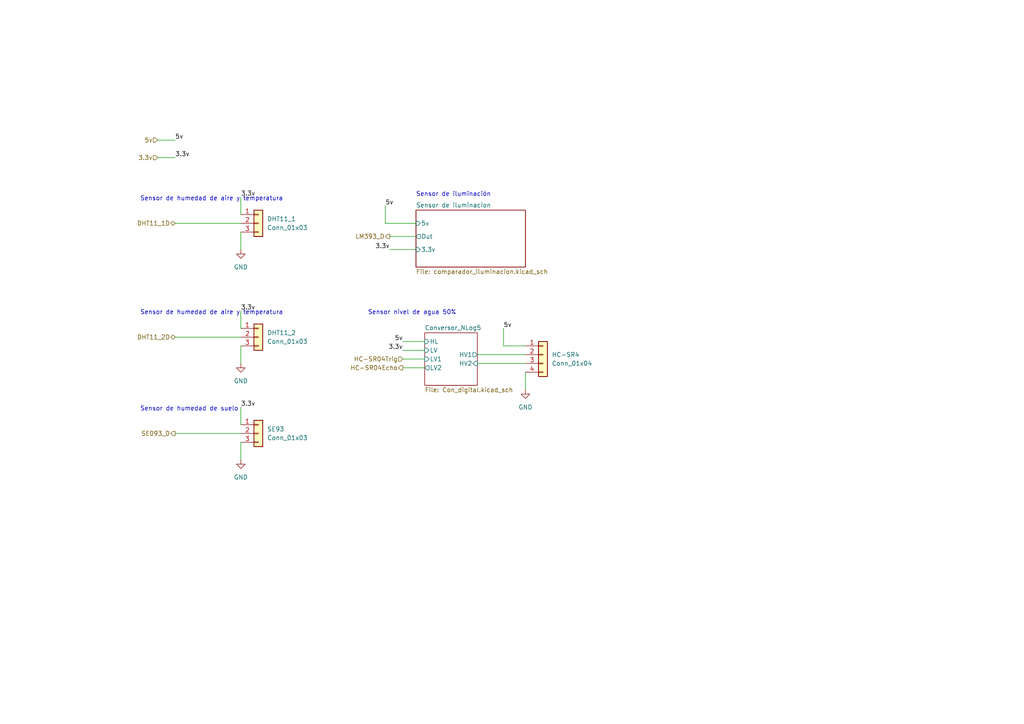
<source format=kicad_sch>
(kicad_sch (version 20211123) (generator eeschema)
  (paper "A4")
  (lib_symbols
    (symbol "Connector_Generic:Conn_01x03" (pin_names (offset 1.016) hide)
      (property "Reference" "J" (at 0 5.08 0))
      (property "Value" "Conn_01x03" (at 0 -5.08 0))
      (symbol "Conn_01x03_1_1"
        (rectangle (start -1.27 -2.413) (end 0 -2.667) (stroke (width 0.1524)))
        (rectangle (start -1.27 0.127) (end 0 -0.127) (stroke (width 0.1524)))
        (rectangle (start -1.27 2.667) (end 0 2.413) (stroke (width 0.1524)))
        (rectangle (start -1.27 3.81) (end 1.27 -3.81) (stroke (width 0.254)) (fill (type background)))
        (pin passive line (at -5.08 2.54 0) (length 3.81) (name "Pin_1") (number "1"))
        (pin passive line (at -5.08 0 0) (length 3.81) (name "Pin_2") (number "2"))
        (pin passive line (at -5.08 -2.54 0) (length 3.81) (name "Pin_3") (number "3"))
      )
    )
    (symbol "Connector_Generic:Conn_01x04" (pin_names (offset 1.016) hide)
      (property "Reference" "J" (at 0 5.08 0))
      (property "Value" "Conn_01x04" (at 0 -7.62 0))
      (symbol "Conn_01x04_1_1"
        (rectangle (start -1.27 -4.953) (end 0 -5.207) (stroke (width 0.1524)))
        (rectangle (start -1.27 -2.413) (end 0 -2.667) (stroke (width 0.1524)))
        (rectangle (start -1.27 0.127) (end 0 -0.127) (stroke (width 0.1524)))
        (rectangle (start -1.27 2.667) (end 0 2.413) (stroke (width 0.1524)))
        (rectangle (start -1.27 3.81) (end 1.27 -6.35) (stroke (width 0.254)) (fill (type background)))
        (pin passive line (at -5.08 2.54 0) (length 3.81) (name "Pin_1") (number "1"))
        (pin passive line (at -5.08 0 0) (length 3.81) (name "Pin_2") (number "2"))
        (pin passive line (at -5.08 -2.54 0) (length 3.81) (name "Pin_3") (number "3"))
        (pin passive line (at -5.08 -5.08 0) (length 3.81) (name "Pin_4") (number "4"))
      )
    )
    (symbol "power:GND" (power) (pin_names (offset 0))
      (property "Value" "GND" (at 0 -3.81 0))
      (symbol "GND_0_1"
        (polyline (pts (xy 0 0) (xy 0 -1.27) (xy 1.27 -1.27) (xy 0 -2.54) (xy -1.27 -1.27) (xy 0 -1.27)))
      )
      (symbol "GND_1_1"
        (pin power_in line (at 0 0 270) (length 0) hide (name "GND") (number "1"))
      )
    )
  )
  (wire (pts (xy 69.85 67.31) (xy 69.85 72.39)))
  (wire (pts (xy 116.84 101.6) (xy 123.19 101.6)))
  (wire (pts (xy 116.84 99.06) (xy 123.19 99.06)))
  (wire (pts (xy 69.85 57.15) (xy 69.85 62.23)))
  (wire (pts (xy 69.85 118.11) (xy 69.85 123.19)))
  (wire (pts (xy 50.8 97.79) (xy 69.85 97.79)))
  (wire (pts (xy 111.76 59.69) (xy 111.76 64.77)))
  (wire (pts (xy 69.85 128.27) (xy 69.85 133.35)))
  (wire (pts (xy 146.05 95.25) (xy 146.05 100.33)))
  (wire (pts (xy 69.85 90.17) (xy 69.85 95.25)))
  (wire (pts (xy 116.84 104.14) (xy 123.19 104.14)))
  (wire (pts (xy 146.05 100.33) (xy 152.4 100.33)))
  (wire (pts (xy 69.85 100.33) (xy 69.85 105.41)))
  (wire (pts (xy 45.72 45.72) (xy 50.8 45.72)))
  (wire (pts (xy 45.72 40.64) (xy 50.8 40.64)))
  (wire (pts (xy 152.4 107.95) (xy 152.4 113.03)))
  (wire (pts (xy 116.84 106.68) (xy 123.19 106.68)))
  (wire (pts (xy 50.8 125.73) (xy 69.85 125.73)))
  (wire (pts (xy 50.8 64.77) (xy 69.85 64.77)))
  (wire (pts (xy 138.43 102.87) (xy 152.4 102.87)))
  (wire (pts (xy 120.65 68.58) (xy 113.03 68.58)))
  (wire (pts (xy 111.76 64.77) (xy 120.65 64.77)))
  (wire (pts (xy 138.43 105.41) (xy 152.4 105.41)))
  (wire (pts (xy 113.03 72.39) (xy 120.65 72.39)))
  (text "Sensor de humedad de aire y temperatura" (at 40.64 91.44 0) (effects (font (size 1.27 1.27)) (justify left bottom)))
  (text "Sensor de humedad de suelo" (at 40.64 119.38 0) (effects (font (size 1.27 1.27)) (justify left bottom)))
  (text "Sensor de humedad de aire y temperatura" (at 40.64 58.42 0) (effects (font (size 1.27 1.27)) (justify left bottom)))
  (text "Sensor nivel de agua 50%" (at 106.68 91.44 0) (effects (font (size 1.27 1.27)) (justify left bottom)))
  (text "Sensor de iluminación" (at 120.65 57.15 0) (effects (font (size 1.27 1.27)) (justify left bottom)))
  (label "3.3v" (at 116.84 101.6 180))
  (label "5v" (at 146.05 95.25 0))
  (label "3.3v" (at 113.03 72.39 180))
  (label "5v" (at 111.76 59.69 0))
  (label "5v" (at 50.8 40.64 0))
  (label "3.3v" (at 50.8 45.72 0))
  (label "3.3v" (at 69.85 57.15 0))
  (label "3.3v" (at 69.85 90.17 0))
  (label "5v" (at 116.84 99.06 180))
  (label "3.3v" (at 69.85 118.11 0))
  (hierarchical_label "DHT11_1D" (shape bidirectional) (at 50.8 64.77 180))
  (hierarchical_label "LM393_D" (shape output) (at 113.03 68.58 180))
  (hierarchical_label "SE093_D" (shape output) (at 50.8 125.73 180))
  (hierarchical_label "3.3v" (shape input) (at 45.72 45.72 180))
  (hierarchical_label "5v" (shape input) (at 45.72 40.64 180))
  (hierarchical_label "HC-SR04Echo" (shape output) (at 116.84 106.68 180))
  (hierarchical_label "DHT11_2D" (shape bidirectional) (at 50.8 97.79 180))
  (hierarchical_label "HC-SR04Trig" (shape input) (at 116.84 104.14 180))
  (symbol (lib_id "Connector_Generic:Conn_01x04") (at 157.48 102.87 0) (unit 1)
    (property "Reference" "HC-SR4" (at 160.02 102.8699 0) (effects (justify left)))
    (property "Value" "Conn_01x04" (at 160.02 105.4099 0) (effects (justify left)))
    (property "Footprint" "Connector_JST:JST_EH_B4B-EH-A_1x04_P2.50mm_Vertical" (effects hide))
  )
  (symbol (lib_id "Connector_Generic:Conn_01x03") (at 74.93 125.73 0) (unit 1)
    (property "Reference" "SE93" (at 77.47 124.4599 0) (effects (justify left)))
    (property "Value" "Conn_01x03" (at 77.47 126.9999 0) (effects (justify left)))
    (property "Footprint" "Connector_JST:JST_EH_B3B-EH-A_1x03_P2.50mm_Vertical" (effects hide))
  )
  (symbol (lib_id "Connector_Generic:Conn_01x03") (at 74.93 64.77 0) (unit 1)
    (property "Reference" "DHT11_1" (at 77.47 63.4999 0) (effects (justify left)))
    (property "Value" "Conn_01x03" (at 77.47 66.0399 0) (effects (justify left)))
    (property "Footprint" "Connector_JST:JST_EH_B3B-EH-A_1x03_P2.50mm_Vertical" (effects hide))
  )
  (symbol (lib_id "power:GND") (at 69.85 105.41 0) (unit 1)
    (property "Reference" "#PWR04" (effects hide))
    (property "Value" "GND" (at 69.85 110.49 0))
  )
  (symbol (lib_id "power:GND") (at 69.85 133.35 0) (unit 1)
    (property "Reference" "#PWR06" (effects hide))
    (property "Value" "GND" (at 69.85 138.43 0))
  )
  (symbol (lib_id "Connector_Generic:Conn_01x03") (at 74.93 97.79 0) (unit 1)
    (property "Reference" "DHT11_2" (at 77.47 96.5199 0) (effects (justify left)))
    (property "Value" "Conn_01x03" (at 77.47 99.0599 0) (effects (justify left)))
    (property "Footprint" "Connector_JST:JST_EH_B3B-EH-A_1x03_P2.50mm_Vertical" (effects hide))
  )
  (symbol (lib_id "power:GND") (at 152.4 113.03 0) (unit 1)
    (property "Reference" "#PWR05" (effects hide))
    (property "Value" "GND" (at 152.4 118.11 0))
  )
  (symbol (lib_id "power:GND") (at 69.85 72.39 0) (unit 1)
    (property "Reference" "#PWR03" (effects hide))
    (property "Value" "GND" (at 69.85 77.47 0))
  )
  (sheet (at 123.19 96.52) (size 15.24 15.24) (stroke (width 0.1524))
    (property "Sheet name" "Conversor_NLog5" (at 123.19 95.8084 0) (effects (justify left bottom)))
    (property "Sheet file" "Con_digital.kicad_sch" (at 123.19 112.3446 0) (effects (justify left top)))
    (pin "HL" input (at 123.19 99.06 180))
    (pin "HV1" output (at 138.43 102.87 0))
    (pin "LV1" input (at 123.19 104.14 180))
    (pin "LV" input (at 123.19 101.6 180))
    (pin "LV2" output (at 123.19 106.68 180))
    (pin "HV2" input (at 138.43 105.41 0))
  )
  (sheet (at 120.65 60.96) (size 31.75 16.51) (stroke (width 0.1524))
    (property "Sheet name" "Sensor de iluminacion" (at 120.65 60.2484 0) (effects (justify left bottom)))
    (property "Sheet file" "comparador_iluminacion.kicad_sch" (at 120.65 78.0546 0) (effects (justify left top)))
    (pin "5v" input (at 120.65 64.77 180))
    (pin "Out" output (at 120.65 68.58 180))
    (pin "3.3v" input (at 120.65 72.39 180))
  )
)
</source>
